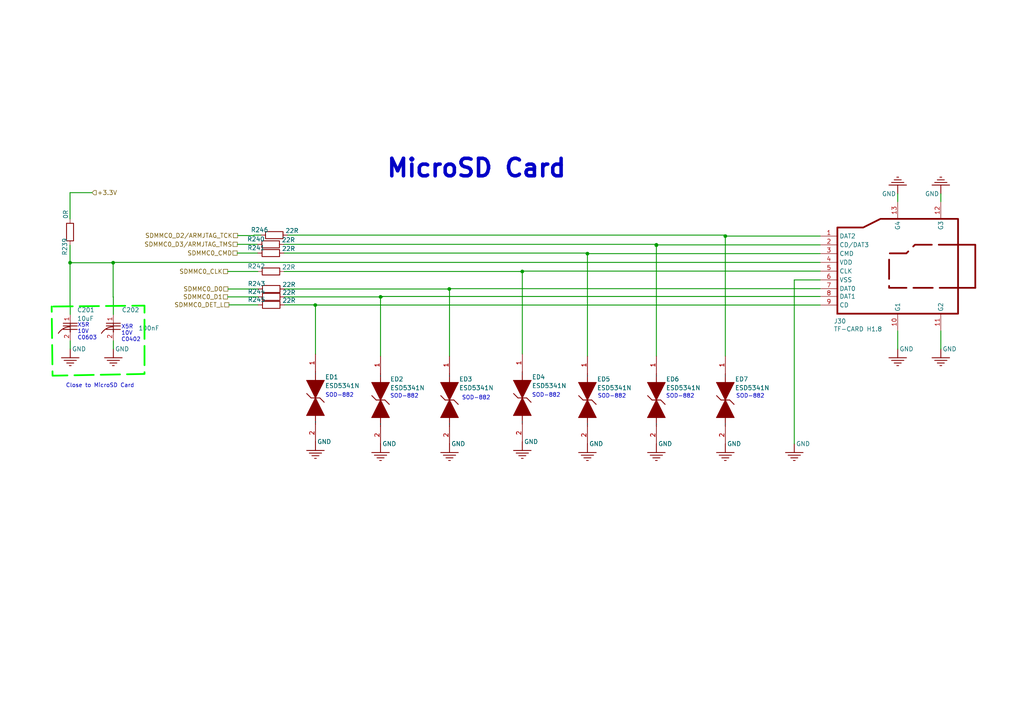
<source format=kicad_sch>
(kicad_sch (version 20231120) (generator "eeschema") (generator_version "8.0")
  (paper "A4")
  (lib_symbols
    (symbol "Device:R" (pin_numbers hide) (pin_names (offset 0))
      (property "Reference" "R" (at 2.032 0 90))
      (property "Value" "R" (at 0 0 90))
      (symbol "R_0_1"
        (rectangle (start -1.016 -2.54) (end 1.016 2.54) (stroke (width 0.254)))
      )
      (symbol "R_1_1"
        (pin passive line (at 0 3.81 270) (length 1.27) (name "~") (number "1"))
        (pin passive line (at 0 -3.81 90) (length 1.27) (name "~") (number "2"))
      )
    )
    (symbol "cm3568 LPDDR4-altium-import:GND" (power)
      (property "Reference" "#PWR" (at 0 0 0))
      (property "Value" "GND" (at 0 6.35 0))
      (symbol "GND_0_0"
        (polyline (pts (xy -2.54 -2.54) (xy 2.54 -2.54)) (stroke (width 0.254)))
        (polyline (pts (xy -1.778 -3.302) (xy 1.778 -3.302)) (stroke (width 0.254)))
        (polyline (pts (xy -1.016 -4.064) (xy 1.016 -4.064)) (stroke (width 0.254)))
        (polyline (pts (xy -0.254 -4.826) (xy 0.254 -4.826)) (stroke (width 0.254)))
        (polyline (pts (xy 0 0) (xy 0 -2.54)) (stroke (width 0.254)))
        (pin power_in line (at 0 0 0) (length 0) (name "GND") (number ""))
      )
    )
    (symbol "cm3568 LPDDR4-altium-import:root_0_TFP09-2-12B"
      (symbol "root_0_TFP09-2-12B_1_0"
        (polyline (pts (xy 45 -15) (xy 40 -15)) (stroke (width 0.508)))
        (polyline (pts (xy 40 -2.5) (xy 45 -2.5) (xy 45 -15)) (stroke (width 0.508)))
        (polyline (pts (xy 40 -2.5) (xy 27.5 -2.5) (xy 25 -5) (xy 20 -5) (xy 20 -15) (xy 40 -15)) (stroke (width 0.508) (type dash)))
        (polyline (pts (xy 5 -22.5) (xy 5 2.5) (xy 12.5 2.5) (xy 17.5 5) (xy 40 5) (xy 40 -22.5) (xy 5 -22.5)) (stroke (width 0.508)))
        (pin passive line (at 0 0 0) (length 5.08) (name "DAT2") (number "1"))
        (pin passive line (at 22.5 -27.5 90) (length 5.08) (name "G1") (number "10"))
        (pin passive line (at 35 -27.5 90) (length 5.08) (name "G2") (number "11"))
        (pin passive line (at 35 10 270) (length 5.08) (name "G3") (number "12"))
        (pin passive line (at 22.5 10 270) (length 5.08) (name "G4") (number "13"))
        (pin passive line (at 0 -2.54 0) (length 5.08) (name "CD/DAT3") (number "2"))
        (pin passive line (at 0 -5.08 0) (length 5.08) (name "CMD") (number "3"))
        (pin passive line (at 0 -7.62 0) (length 5.08) (name "VDD") (number "4"))
        (pin passive line (at 0 -10.16 0) (length 5.08) (name "CLK") (number "5"))
        (pin passive line (at 0 -12.7 0) (length 5.08) (name "VSS") (number "6"))
        (pin passive line (at 0 -15.24 0) (length 5.08) (name "DAT0") (number "7"))
        (pin passive line (at 0 -17.5 0) (length 5.08) (name "DAT1") (number "8"))
        (pin passive line (at 0 -20 0) (length 5.08) (name "CD") (number "9"))
      )
    )
    (symbol "cm3568 LPDDR4-altium-import:root_3_C0201_100nF"
      (symbol "root_3_C0201_100nF_1_0"
        (arc (start -4.5103 -1.5255) (mid -5.3375 -2.132) (end -5.9865 -2.9264) (stroke (width 0.254)))
        (arc (start -2.54 -1.016) (mid -3.5575 -1.1454) (end -4.5103 -1.5255) (stroke (width 0.254)))
        (polyline (pts (xy -4.572 -0.762) (xy -0.508 -0.762)) (stroke (width 0.254)))
        (polyline (pts (xy -4.572 0) (xy -0.508 0)) (stroke (width 0.254)))
        (polyline (pts (xy -2.54 -2.54) (xy -2.54 -1.778)) (stroke (width 0.254)))
        (polyline (pts (xy -2.54 -1.016) (xy -2.54 -2.54)) (stroke (width 0.254)))
        (polyline (pts (xy -2.54 0) (xy -2.54 -0.762)) (stroke (width 0.254)))
        (polyline (pts (xy -0.508 -1.778) (xy -4.572 -1.778)) (stroke (width 0.254)))
        (pin passive line (at -2.54 2.54 270) (length 2.54) (name "1") (number "1"))
        (pin passive line (at -2.54 -5.08 90) (length 2.54) (name "2") (number "2"))
      )
    )
    (symbol "cm3568 LPDDR4-altium-import:root_3_C0603_10uF"
      (symbol "root_3_C0603_10uF_1_0"
        (arc (start -4.5103 -1.5255) (mid -5.3375 -2.132) (end -5.9865 -2.9264) (stroke (width 0.254)))
        (arc (start -2.54 -1.016) (mid -3.5575 -1.1454) (end -4.5103 -1.5255) (stroke (width 0.254)))
        (polyline (pts (xy -4.572 -0.762) (xy -0.508 -0.762)) (stroke (width 0.254)))
        (polyline (pts (xy -4.572 0) (xy -0.508 0)) (stroke (width 0.254)))
        (polyline (pts (xy -2.54 -2.54) (xy -2.54 -1.778)) (stroke (width 0.254)))
        (polyline (pts (xy -2.54 -1.016) (xy -2.54 -2.54)) (stroke (width 0.254)))
        (polyline (pts (xy -2.54 0) (xy -2.54 -0.762)) (stroke (width 0.254)))
        (polyline (pts (xy -0.508 -1.778) (xy -4.572 -1.778)) (stroke (width 0.254)))
        (pin passive line (at -2.54 2.54 270) (length 2.54) (name "1") (number "1"))
        (pin passive line (at -2.54 -5.08 90) (length 2.54) (name "2") (number "2"))
      )
    )
    (symbol "cm3568 LPDDR4-altium-import:root_3_ESD0402_1xD5"
      (symbol "root_3_ESD0402_1xD5_1_0"
        (polyline (pts (xy -2.54 -5.08) (xy 0 0)) (stroke (width 0.254)))
        (polyline (pts (xy -2.54 5.08) (xy 0 0)) (stroke (width 0.254)))
        (polyline (pts (xy -1.27 0) (xy -2.54 1.27)) (stroke (width 0.254)))
        (polyline (pts (xy 0 -5.08) (xy 0 -7.62)) (stroke (width 0.254)))
        (polyline (pts (xy 0 0) (xy 2.54 -5.08)) (stroke (width 0.254)))
        (polyline (pts (xy 0 5.08) (xy 0 7.62)) (stroke (width 0.254)))
        (polyline (pts (xy 1.27 0) (xy -1.27 0)) (stroke (width 0.254)))
        (polyline (pts (xy 1.27 0) (xy 2.54 -1.27)) (stroke (width 0.254)))
        (polyline (pts (xy 2.54 -5.08) (xy -2.54 -5.08)) (stroke (width 0.254)))
        (polyline (pts (xy 2.54 5.08) (xy -2.54 5.08)) (stroke (width 0.254)))
        (polyline (pts (xy 2.54 5.08) (xy 0 0)) (stroke (width 0.254)))
        (polyline (pts (xy 0 -0.254) (xy 2.54 -5.08) (xy -2.54 -5.08) (xy 0 -0.254)) (stroke (width -0.0001)) (fill (type outline)))
        (polyline (pts (xy 2.54 5.08) (xy -2.54 5.08) (xy 0 0) (xy 2.54 5.08) (xy 2.54 5.08)) (stroke (width -0.0001)) (fill (type outline)))
        (pin passive line (at 0 12.7 270) (length 5.08) (name "1") (number "1"))
        (pin passive line (at 0 -12.7 90) (length 5.08) (name "2") (number "2"))
      )
    )
  )
  (junction (at 91.44 88.482))
  (junction (at 130.302 83.82))
  (junction (at 151.492 78.74))
  (junction (at 110.374 86.106))
  (junction (at 190.374 71.022))
  (junction (at 210.374 68.482))
  (junction (at 170.374 73.562))
  (junction (at 190.374 71.12))
  (junction (at 32.82 76.2))
  (junction (at 20.32 76.2))
  (wire (pts (xy 82.478 86.106) (xy 110.374 86.106)) (stroke (width 0.254)))
  (wire (pts (xy 210.374 68.482) (xy 210.374 68.2016)) (stroke (width 0.254)))
  (wire (pts (xy 91.44 88.646) (xy 91.44 88.482)) (stroke (width 0.254)))
  (wire (pts (xy 210.374 103.322) (xy 210.374 68.482)) (stroke (width 0.254)))
  (wire (pts (xy 91.44 88.42) (xy 82.478 88.42)) (stroke (width 0.254)))
  (wire (pts (xy 110.374 86.106) (xy 110.974 86.106)) (stroke (width 0.254)))
  (wire (pts (xy 237.874 68.482) (xy 210.374 68.482)) (stroke (width 0.254)))
  (wire (pts (xy 26.67 55.88) (xy 20.32 55.88)) (stroke (width 0.254)))
  (wire (pts (xy 91.492 88.646) (xy 91.44 88.646)) (stroke (width 0.254)))
  (wire (pts (xy 32.874 98.842) (xy 32.874 101.222)) (stroke (width 0.254)))
  (wire (pts (xy 260.374 56.222) (xy 260.374 58.482)) (stroke (width 0.254)))
  (wire (pts (xy 66.13 83.82) (xy 74.858 83.82)) (stroke (width 0.254)))
  (wire (pts (xy 74.7388 73.406) (xy 68.802 73.406)) (stroke (width 0.254)))
  (wire (pts (xy 190.374 70.866) (xy 190.374 71.022)) (stroke (width 0.254)))
  (wire (pts (xy 170.374 73.562) (xy 237.874 73.562)) (stroke (width 0.254)))
  (wire (pts (xy 32.874 86.142) (xy 32.874 91.222)) (stroke (width 0.254)))
  (wire (pts (xy 272.874 56.222) (xy 272.874 58.482)) (stroke (width 0.254)))
  (wire (pts (xy 190.374 71.022) (xy 190.374 71.12)) (stroke (width 0.254)))
  (wire (pts (xy 130.302 83.722) (xy 130.302 83.82)) (stroke (width 0.254)))
  (wire (pts (xy 82.3109 70.866) (xy 190.374 70.866)) (stroke (width 0.254)))
  (wire (pts (xy 20.32 76.2) (xy 20.32 88.682)) (stroke (width 0.254)))
  (wire (pts (xy 20.374 98.842) (xy 20.374 101.222)) (stroke (width 0.254)))
  (wire (pts (xy 91.44 88.482) (xy 237.874 88.482)) (stroke (width 0.254)))
  (wire (pts (xy 20.32 76.2) (xy 32.82 76.2)) (stroke (width 0.254)))
  (wire (pts (xy 237.874 81.182) (xy 230.374 81.182)) (stroke (width 0.254)))
  (wire (pts (xy 20.32 76.2) (xy 20.32 71.12)) (stroke (width 0.254)))
  (wire (pts (xy 110.974 86.106) (xy 110.974 85.982)) (stroke (width 0.254)))
  (wire (pts (xy 32.82 76.102) (xy 32.82 76.2)) (stroke (width 0.254)))
  (wire (pts (xy 170.374 103.322) (xy 170.374 73.562)) (stroke (width 0.254)))
  (wire (pts (xy 151.838 78.642) (xy 237.874 78.642)) (stroke (width 0.254)))
  (wire (pts (xy 73.66 68.326) (xy 68.934 68.326)) (stroke (width 0.254)))
  (wire (pts (xy 151.492 78.74) (xy 151.838 78.74)) (stroke (width 0.254)))
  (wire (pts (xy 68.834 70.866) (xy 74.6909 70.866)) (stroke (width 0.254)))
  (wire (pts (xy 151.492 102.71) (xy 151.492 78.74)) (stroke (width 0.254)))
  (wire (pts (xy 32.82 86.142) (xy 32.874 86.142)) (stroke (width 0.254)))
  (wire (pts (xy 20.374 88.682) (xy 20.374 91.222)) (stroke (width 0.254)))
  (wire (pts (xy 237.874 71.022) (xy 190.374 71.022)) (stroke (width 0.254)))
  (wire (pts (xy 170.18 73.406) (xy 82.3588 73.406)) (stroke (width 0.254)))
  (wire (pts (xy 75.7409 68.2016) (xy 73.66 68.2016)) (stroke (width 0.254)))
  (wire (pts (xy 170.18 73.562) (xy 170.18 73.406)) (stroke (width 0.254)))
  (wire (pts (xy 32.82 76.2) (xy 32.82 86.142)) (stroke (width 0.254)))
  (wire (pts (xy 110.974 85.982) (xy 237.874 85.982)) (stroke (width 0.254)))
  (wire (pts (xy 82.478 83.82) (xy 130.302 83.82)) (stroke (width 0.254)))
  (wire (pts (xy 260.374 101.222) (xy 260.374 95.982)) (stroke (width 0.254)))
  (wire (pts (xy 151.838 78.74) (xy 151.838 78.642)) (stroke (width 0.254)))
  (wire (pts (xy 66.04 78.74) (xy 74.7861 78.74)) (stroke (width 0.254)))
  (wire (pts (xy 237.874 76.102) (xy 32.82 76.102)) (stroke (width 0.254)))
  (wire (pts (xy 190.374 71.12) (xy 190.374 103.322)) (stroke (width 0.254)))
  (wire (pts (xy 272.874 101.222) (xy 272.874 95.982)) (stroke (width 0.254)))
  (wire (pts (xy 230.374 81.182) (xy 230.374 128.722)) (stroke (width 0.254)))
  (wire (pts (xy 82.4061 78.74) (xy 151.492 78.74)) (stroke (width 0.254)))
  (wire (pts (xy 73.66 68.2016) (xy 73.66 68.326)) (stroke (width 0.254)))
  (wire (pts (xy 210.374 68.2016) (xy 83.3609 68.2016)) (stroke (width 0.254)))
  (wire (pts (xy 66.04 86.106) (xy 74.858 86.106)) (stroke (width 0.254)))
  (wire (pts (xy 91.492 102.71) (xy 91.492 88.646)) (stroke (width 0.254)))
  (wire (pts (xy 74.858 88.42) (xy 66.4085 88.42)) (stroke (width 0.254)))
  (wire (pts (xy 190.374 71.12) (xy 190.466 71.12)) (stroke (width 0.254)))
  (wire (pts (xy 20.32 88.682) (xy 20.374 88.682)) (stroke (width 0.254)))
  (wire (pts (xy 20.32 55.88) (xy 20.32 63.5)) (stroke (width 0.254)))
  (wire (pts (xy 170.374 73.562) (xy 170.18 73.562)) (stroke (width 0.254)))
  (wire (pts (xy 237.874 83.722) (xy 130.302 83.722)) (stroke (width 0.254)))
  (wire (pts (xy 110.374 103.322) (xy 110.374 86.106)) (stroke (width 0.254)))
  (wire (pts (xy 130.374 83.82) (xy 130.374 103.322)) (stroke (width 0.254)))
  (wire (pts (xy 91.44 88.42) (xy 91.44 88.482)) (stroke (width 0.254)))
  (wire (pts (xy 130.302 83.82) (xy 130.374 83.82)) (stroke (width 0.254)))
  (polyline (pts (xy 15.494 88.9) (xy 41.91 88.646) (xy 41.91 108.458) (xy 15.24 108.966) (xy 14.986 88.9)) (stroke (width 0.508) (type dash) (color 0 255 0 1)))
  (text_box "SOD-882" (at 192.278 113.186 0) (size 15 3.048) (stroke (width -0.0001) (color 0 0 0 1)) (effects (font (size 1.143 1.143)) (justify left top)))
  (text_box "SOD-882" (at 212.598 113.186 0) (size 15 3.048) (stroke (width -0.0001) (color 0 0 0 1)) (effects (font (size 1.143 1.143)) (justify left top)))
  (text_box "SOD-882" (at 153.416 112.932 0) (size 15 3.048) (stroke (width -0.0001) (color 0 0 0 1)) (effects (font (size 1.143 1.143)) (justify left top)))
  (text_box "MicroSD Card" (at 107.95 41.91 0) (size 71.12 21.59) (stroke (width -0.0001) (color 0 0 0 1)) (effects (font (size 5.08 5.08) (bold yes)) (justify left top)))
  (text_box "" (at 132.828 112.87 0) (size 15 3.048) (stroke (width -0.0001) (color 0 0 0 1)) (effects (font (size 1.143 1.143)) (justify left top)))
  (text_box "SOD-882" (at 172.466 113.186 0) (size 15 3.048) (stroke (width -0.0001) (color 0 0 0 1)) (effects (font (size 1.143 1.143)) (justify left top)))
  (text_box "X5R\n10V\nC0402\n" (at 34.29 93.12 0) (size 7.5 8.138) (stroke (width -0.0001) (color 0 0 0 1)) (effects (font (size 1.143 1.143)) (justify left top)))
  (text_box "SOD-882" (at 93.472 112.932 0) (size 15 3.048) (stroke (width -0.0001) (color 0 0 0 1)) (effects (font (size 1.143 1.143)) (justify left top)))
  (text_box "SOD-882" (at 112.268 113.186 0) (size 15 3.048) (stroke (width -0.0001) (color 0 0 0 1)) (effects (font (size 1.143 1.143)) (justify left top)))
  (text_box "SOD-882" (at 133.096 113.694 0) (size 15 3.048) (stroke (width -0.0001) (color 0 0 0 1)) (effects (font (size 1.143 1.143)) (justify left top)))
  (text_box "X5R\n10V\nC0603" (at 21.59 92.612 0) (size 7.5 8.138) (stroke (width -0.0001) (color 0 0 0 1)) (effects (font (size 1.143 1.143)) (justify left top)))
  (text_box "Close to MicroSD Card" (at 41.402 110.144 0) (size -23.192 3.138) (stroke (width -0.0001) (color 0 0 0 1)) (effects (font (size 1.143 1.143)) (justify left top)))
  (label "" (at 44.958 78.74 0))
  (hierarchical_label "SDMMC0_D1" (shape passive) (at 66.04 86.106 180))
  (hierarchical_label "SDMMC0_D3/ARMJTAG_TMS" (shape passive) (at 68.834 70.866 180))
  (hierarchical_label "SDMMC0_CLK" (shape passive) (at 66.04 78.74 180))
  (hierarchical_label "SDMMC0_DET_L" (shape passive) (at 66.4085 88.42 180))
  (hierarchical_label "SDMMC0_D0" (shape passive) (at 66.13 83.82 180))
  (hierarchical_label "SDMMC0_CMD" (shape passive) (at 68.802 73.406 180))
  (hierarchical_label "SDMMC0_D2/ARMJTAG_TCK" (shape passive) (at 68.934 68.326 180))
  (hierarchical_label "+3.3V" (shape input) (at 26.67 55.88 0))
  (symbol (lib_id "cm3568 LPDDR4-altium-import:root_3_ESD0402_1xD5") (at 210.374 116.022 0) (unit 1)
    (property "Reference" "ED7" (at 213.168 110.688 0) (effects (justify left bottom)))
    (property "Value" "ESD5341N" (at 213.168 113.228 0) (effects (justify left bottom)))
    (property "Footprint" "Footprint Library:ESD5341N" (effects (hide yes)))
    (property "MPN" "ESD5341N" (effects (hide yes)))
  )
  (symbol (lib_id "cm3568 LPDDR4-altium-import:GND") (at 110.374 128.722 0) (unit 1)
    (property "Reference" "#PWR0271" (effects (hide yes)))
    (property "Value" "GND" (effects (hide yes)))
  )
  (symbol (lib_id "Device:R") (at 78.5488 73.406 90) (unit 1)
    (property "Reference" "R241" (at 74.2964 71.882 90))
    (property "Value" "22R" (at 83.6944 72.136 90))
    (property "Footprint" "Resistor_SMD:R_0603_1608Metric" (effects (hide yes)))
    (property "Description" "Resistor" (effects (hide yes)))
    (property "MPN" "0603WAF220JT5E" (effects (hide yes)))
  )
  (symbol (lib_id "cm3568 LPDDR4-altium-import:GND") (at 230.374 128.722 0) (unit 1)
    (property "Reference" "#PWR0277" (effects (hide yes)))
    (property "Value" "GND" (effects (hide yes)))
  )
  (symbol (lib_id "cm3568 LPDDR4-altium-import:GND") (at 91.492 128.11 0) (unit 1)
    (property "Reference" "#PWR0270" (effects (hide yes)))
    (property "Value" "GND" (effects (hide yes)))
  )
  (symbol (lib_id "cm3568 LPDDR4-altium-import:GND") (at 170.374 128.722 0) (unit 1)
    (property "Reference" "#PWR0274" (effects (hide yes)))
    (property "Value" "GND" (effects (hide yes)))
  )
  (symbol (lib_id "cm3568 LPDDR4-altium-import:root_3_ESD0402_1xD5") (at 170.374 116.022 0) (unit 1)
    (property "Reference" "ED5" (at 173.168 110.688 0) (effects (justify left bottom)))
    (property "Value" "ESD5341N" (at 173.168 113.228 0) (effects (justify left bottom)))
    (property "Footprint" "Footprint Library:ESD5341N" (effects (hide yes)))
    (property "MPN" "ESD5341N" (effects (hide yes)))
  )
  (symbol (lib_id "cm3568 LPDDR4-altium-import:root_3_C0201_100nF") (at 35.414 93.762 0) (unit 1)
    (property "Reference" "C202" (at 35.306 90.62 0) (effects (justify left bottom)))
    (property "Value" "100nF " (at 40.132 95.914 0) (effects (justify left bottom)))
    (property "Footprint" "Capacitor_SMD:C_0402_1005Metric" (effects (hide yes)))
    (property "MPN" "CC0402KRX7R7BB104" (effects (hide yes)))
  )
  (symbol (lib_id "cm3568 LPDDR4-altium-import:root_0_TFP09-2-12B") (at 237.874 68.482 0) (unit 1)
    (property "Reference" "J30" (at 241.808 93.882 0) (effects (justify left bottom)))
    (property "Value" "TF-CARD H1.8" (at 241.808 96.168 0) (effects (justify left bottom)))
    (property "Footprint" "HDMI 2.0 TX:TF-CARD H1.8" (effects (hide yes)))
    (property "DATASHEET LINK" "http://images.100y.com.tw/pdf_file/10-TFP09-2-12B.pdf" (effects (hide yes)))
    (property "HEIGHT" "2.45mm" (effects (hide yes)))
    (property "MANUFACTURER_NAME" "100y" (effects (hide yes)))
    (property "MANUFACTURER_PART_NUMBER" "TFP09-2-12B" (effects (hide yes)))
    (property "MPN" "TF 卡座 铜壳" (effects (hide yes)))
  )
  (symbol (lib_id "cm3568 LPDDR4-altium-import:GND") (at 20.374 101.222 0) (unit 1)
    (property "Reference" "#PWR0268" (effects (hide yes)))
    (property "Value" "GND" (effects (hide yes)))
  )
  (symbol (lib_id "cm3568 LPDDR4-altium-import:GND") (at 260.374 101.222 0) (unit 1)
    (property "Reference" "#PWR0279" (effects (hide yes)))
    (property "Value" "GND" (effects (hide yes)))
  )
  (symbol (lib_id "Device:R") (at 78.668 86.106 90) (unit 1)
    (property "Reference" "R244" (at 74.4156 84.582 90))
    (property "Value" "22R" (at 83.8136 84.836 90))
    (property "Footprint" "Resistor_SMD:R_0603_1608Metric" (effects (hide yes)))
    (property "Description" "Resistor" (effects (hide yes)))
    (property "MPN" "0603WAF220JT5E" (effects (hide yes)))
  )
  (symbol (lib_id "cm3568 LPDDR4-altium-import:GND") (at 32.874 101.222 0) (unit 1)
    (property "Reference" "#PWR0269" (effects (hide yes)))
    (property "Value" "GND" (effects (hide yes)))
  )
  (symbol (lib_id "Device:R") (at 79.5509 68.2016 90) (unit 1)
    (property "Reference" "R246" (at 75.2985 66.6776 90))
    (property "Value" "22R" (at 84.6965 66.9316 90))
    (property "Footprint" "Resistor_SMD:R_0603_1608Metric" (effects (hide yes)))
    (property "Description" "Resistor" (effects (hide yes)))
    (property "MPN" "0603WAF220JT5E" (effects (hide yes)))
  )
  (symbol (lib_id "cm3568 LPDDR4-altium-import:GND") (at 210.374 128.722 0) (unit 1)
    (property "Reference" "#PWR0276" (effects (hide yes)))
    (property "Value" "GND" (effects (hide yes)))
  )
  (symbol (lib_id "cm3568 LPDDR4-altium-import:root_3_ESD0402_1xD5") (at 190.374 116.022 0) (unit 1)
    (property "Reference" "ED6" (at 193.168 110.688 0) (effects (justify left bottom)))
    (property "Value" "ESD5341N" (at 193.168 113.228 0) (effects (justify left bottom)))
    (property "Footprint" "Footprint Library:ESD5341N" (effects (hide yes)))
    (property "MPN" "ESD5341N" (effects (hide yes)))
  )
  (symbol (lib_id "Device:R") (at 78.5009 70.866 90) (unit 1)
    (property "Reference" "R240" (at 74.2485 69.342 90))
    (property "Value" "22R" (at 83.6465 69.596 90))
    (property "Footprint" "Resistor_SMD:R_0603_1608Metric" (effects (hide yes)))
    (property "Description" "Resistor" (effects (hide yes)))
    (property "MPN" "0603WAF220JT5E" (effects (hide yes)))
  )
  (symbol (lib_id "cm3568 LPDDR4-altium-import:root_3_ESD0402_1xD5") (at 130.374 116.022 0) (unit 1)
    (property "Reference" "ED3" (at 133.168 110.688 0) (effects (justify left bottom)))
    (property "Value" "ESD5341N" (at 133.168 113.228 0) (effects (justify left bottom)))
    (property "Footprint" "Footprint Library:ESD5341N" (effects (hide yes)))
    (property "MPN" "ESD5341N" (effects (hide yes)))
  )
  (symbol (lib_id "Device:R") (at 20.32 67.31 180) (unit 1)
    (property "Reference" "R239" (at 18.796 71.5624 90))
    (property "Value" "0R" (at 19.05 62.1644 90))
    (property "Footprint" "Resistor_SMD:R_0603_1608Metric" (effects (hide yes)))
    (property "Description" "Resistor" (effects (hide yes)))
    (property "MPN" "0603WAF0000T5E" (effects (hide yes)))
  )
  (symbol (lib_id "Device:R") (at 78.5961 78.74 90) (unit 1)
    (property "Reference" "R242" (at 74.3437 77.216 90))
    (property "Value" "22R" (at 83.7417 77.47 90))
    (property "Footprint" "Resistor_SMD:R_0603_1608Metric" (effects (hide yes)))
    (property "Description" "Resistor" (effects (hide yes)))
    (property "MPN" "0603WAF220JT5E" (effects (hide yes)))
  )
  (symbol (lib_id "cm3568 LPDDR4-altium-import:GND") (at 151.492 128.11 0) (unit 1)
    (property "Reference" "#PWR0273" (effects (hide yes)))
    (property "Value" "GND" (effects (hide yes)))
  )
  (symbol (lib_id "Device:R") (at 78.668 88.42 90) (unit 1)
    (property "Reference" "R245" (at 74.4156 86.896 90))
    (property "Value" "22R" (at 83.8136 87.15 90))
    (property "Footprint" "Resistor_SMD:R_0603_1608Metric" (effects (hide yes)))
    (property "Description" "Resistor" (effects (hide yes)))
    (property "MPN" "0603WAF220JT5E" (effects (hide yes)))
  )
  (symbol (lib_id "cm3568 LPDDR4-altium-import:GND") (at 272.874 56.222 180) (unit 1)
    (property "Reference" "#PWR0280" (effects (hide yes)))
    (property "Value" "GND" (effects (hide yes)))
  )
  (symbol (lib_id "cm3568 LPDDR4-altium-import:GND") (at 260.374 56.222 180) (unit 1)
    (property "Reference" "#PWR0278" (effects (hide yes)))
    (property "Value" "GND" (effects (hide yes)))
  )
  (symbol (lib_id "cm3568 LPDDR4-altium-import:root_3_C0603_10uF") (at 22.914 93.762 0) (unit 1)
    (property "Reference" "C201" (at 22.352 90.62 0) (effects (justify left bottom)))
    (property "Value" "10uF" (at 22.352 93.12 0) (effects (justify left bottom)))
    (property "Footprint" "Capacitor_SMD:C_0603_1608Metric" (effects (hide yes)))
    (property "MPN" "CL10A106MO8NQNC" (effects (hide yes)))
  )
  (symbol (lib_id "cm3568 LPDDR4-altium-import:root_3_ESD0402_1xD5") (at 91.492 115.41 0) (unit 1)
    (property "Reference" "ED1" (at 94.286 110.076 0) (effects (justify left bottom)))
    (property "Value" "ESD5341N" (at 94.286 112.616 0) (effects (justify left bottom)))
    (property "Footprint" "Footprint Library:ESD5341N" (effects (hide yes)))
    (property "MPN" "ESD5341N" (effects (hide yes)))
  )
  (symbol (lib_id "cm3568 LPDDR4-altium-import:root_3_ESD0402_1xD5") (at 110.374 116.022 0) (unit 1)
    (property "Reference" "ED2" (at 113.168 110.688 0) (effects (justify left bottom)))
    (property "Value" "ESD5341N" (at 113.168 113.228 0) (effects (justify left bottom)))
    (property "Footprint" "Footprint Library:ESD5341N" (effects (hide yes)))
    (property "MPN" "ESD5341N" (effects (hide yes)))
  )
  (symbol (lib_id "cm3568 LPDDR4-altium-import:GND") (at 272.874 101.222 0) (unit 1)
    (property "Reference" "#PWR0281" (effects (hide yes)))
    (property "Value" "GND" (effects (hide yes)))
  )
  (symbol (lib_id "cm3568 LPDDR4-altium-import:GND") (at 130.374 128.722 0) (unit 1)
    (property "Reference" "#PWR0272" (effects (hide yes)))
    (property "Value" "GND" (effects (hide yes)))
  )
  (symbol (lib_id "cm3568 LPDDR4-altium-import:root_3_ESD0402_1xD5") (at 151.492 115.41 0) (unit 1)
    (property "Reference" "ED4" (at 154.286 110.076 0) (effects (justify left bottom)))
    (property "Value" "ESD5341N" (at 154.286 112.616 0) (effects (justify left bottom)))
    (property "Footprint" "Footprint Library:ESD5341N" (effects (hide yes)))
    (property "MPN" "ESD5341N" (effects (hide yes)))
  )
  (symbol (lib_id "cm3568 LPDDR4-altium-import:GND") (at 190.374 128.722 0) (unit 1)
    (property "Reference" "#PWR0275" (effects (hide yes)))
    (property "Value" "GND" (effects (hide yes)))
  )
  (symbol (lib_id "Device:R") (at 78.668 83.82 90) (unit 1)
    (property "Reference" "R243" (at 74.4156 82.296 90))
    (property "Value" "22R" (at 83.8136 82.55 90))
    (property "Footprint" "Resistor_SMD:R_0603_1608Metric" (effects (hide yes)))
    (property "Description" "Resistor" (effects (hide yes)))
    (property "MPN" "0603WAF220JT5E" (effects (hide yes)))
  )
)
</source>
